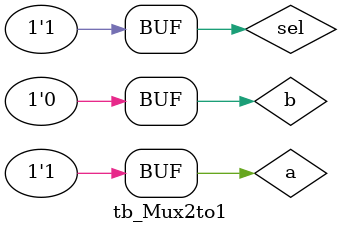
<source format=sv>
module tb_Mux2to1;
  logic a,b,sel;
  logic out;
  
  Mux2to1 mux_inst(
    .a(a), .b(b),.sel(sel),.out(out));
  
  initial begin 
    $dumpfile("dump.vcd");
    $dumpvars(1);
  end
  
  initial begin
    a=0; b=1; sel=0;
    #10ns a=0; b=1; sel=1;
    #10ns a=1; b=0; sel=0;
    #10ns a=1; b=0; sel=1;
    $display ("Finished!..");
  end
endmodule

</source>
